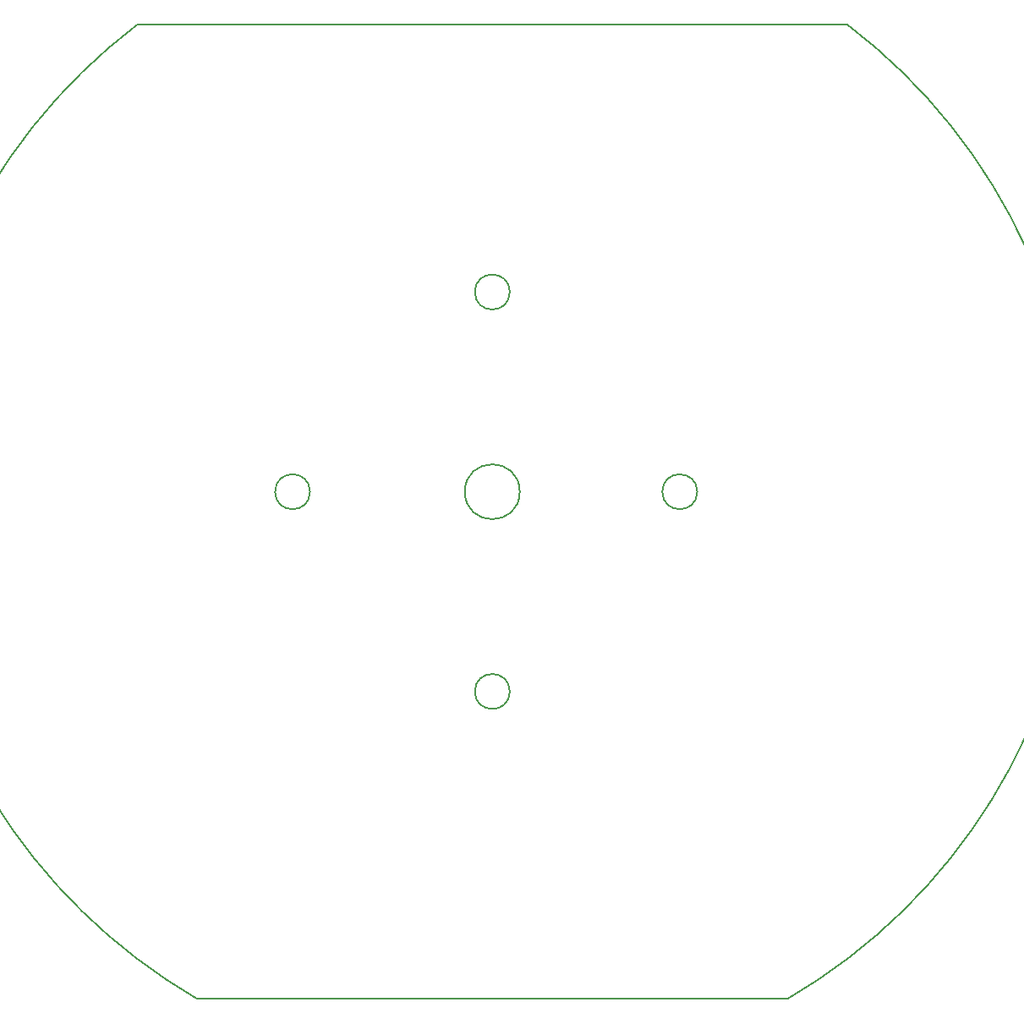
<source format=gbr>
%TF.GenerationSoftware,KiCad,Pcbnew,(5.1.9)-1*%
%TF.CreationDate,2021-04-12T23:12:51+02:00*%
%TF.ProjectId,Version1Female,56657273-696f-46e3-9146-656d616c652e,rev?*%
%TF.SameCoordinates,Original*%
%TF.FileFunction,Profile,NP*%
%FSLAX46Y46*%
G04 Gerber Fmt 4.6, Leading zero omitted, Abs format (unit mm)*
G04 Created by KiCad (PCBNEW (5.1.9)-1) date 2021-04-12 23:12:51*
%MOMM*%
%LPD*%
G01*
G04 APERTURE LIST*
%TA.AperFunction,Profile*%
%ADD10C,0.200000*%
%TD*%
G04 APERTURE END LIST*
D10*
X121450000Y-91440000D02*
G75*
G03*
X121450000Y-91440000I-1750000J0D01*
G01*
X141450000Y-71440000D02*
G75*
G03*
X141450000Y-71440000I-1750000J0D01*
G01*
X104119107Y-44690000D02*
X175280893Y-44690000D01*
X110102703Y-142190000D02*
X169297297Y-142190000D01*
X142450000Y-91440000D02*
G75*
G03*
X142450000Y-91440000I-2750000J0D01*
G01*
X141450000Y-111440000D02*
G75*
G03*
X141450000Y-111440000I-1750000J0D01*
G01*
X175280894Y-44690000D02*
G75*
G02*
X169297297Y-142190000I-35580894J-46750000D01*
G01*
X160219230Y-91440000D02*
G75*
G03*
X160219230Y-91440000I-1750000J0D01*
G01*
X110102702Y-142190000D02*
G75*
G02*
X104119107Y-44690000I29597298J50750000D01*
G01*
M02*

</source>
